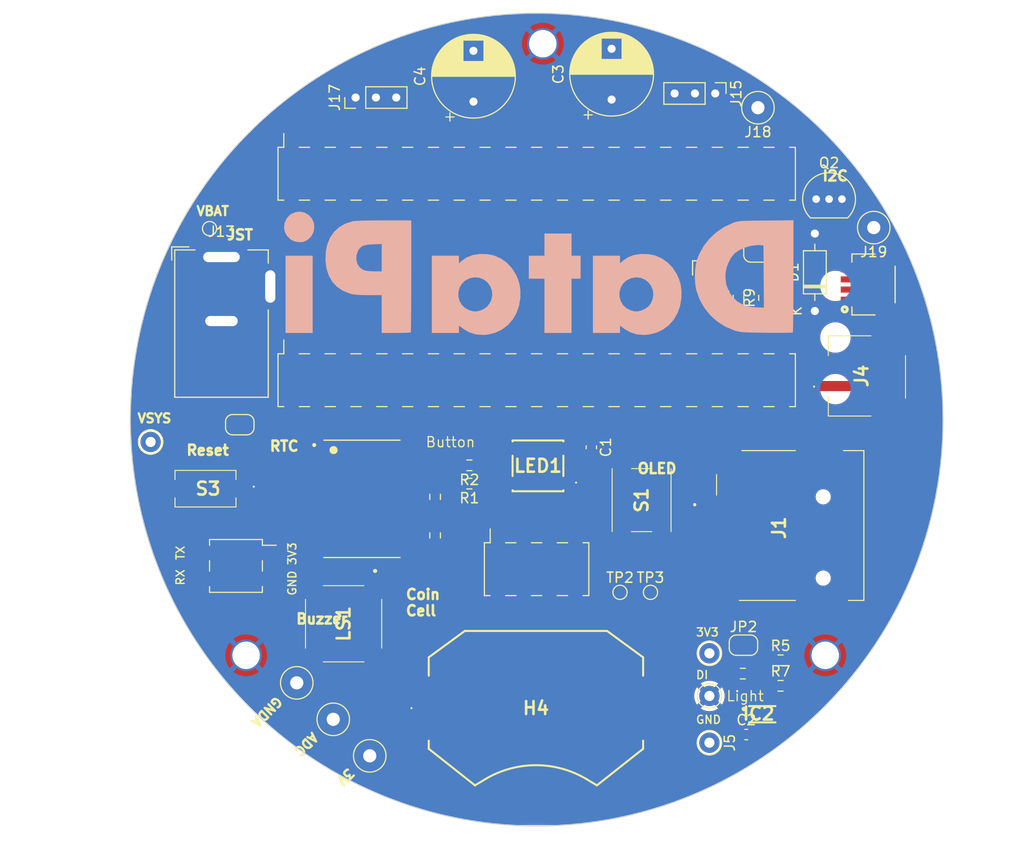
<source format=kicad_pcb>
(kicad_pcb (version 20221018) (generator pcbnew)
  (title_block (title "Porche") (rev "PinHolder"))
  (layers (0 "F.Cu" signal) (31 "B.Cu" signal) (34 "B.Paste" user) (35 "F.Paste" user) (36 "B.SilkS" user "B.Silkscreen") (37 "F.SilkS" user "F.Silkscreen") (38 "B.Mask" user) (39 "F.Mask" user) (44 "Edge.Cuts" user))
  (net 0 "")
  (net 1 "/VSYS")
  (net 2 "/VBUS")
  (net 3 "/3V3")
  (net 4 "GNDA")
  (net 5 "/RUN")
  (net 7 "GND")
  (net 8 "/DI")
  (net 9 "Net-(C2-Pad2)")
  (net 10 "Net-(IC2-ADDR)")
  (net 11 "/Light_RST")
  (net 12 "Net-(J1-CD{slash}DAT3)")
  (net 13 "/SCL")
  (net 14 "/SDA")
  (net 16 "/Buzz")
  (net 17 "/LED")
  (net 18 "/SW1")
  (net 24 "/RTC_RST")
  (net 25 "Net-(J1-DAT1)")
  (net 26 "/ADC2")
  (net 27 "/UART0_TX")
  (net 28 "/UART0_RX")
  (net 29 "/SPI0_MISO")
  (net 30 "/SPI_SC")
  (net 31 "/SPI0_SCK")
  (net 32 "/SPI0_MOSI")
  (net 33 "/BAK_VBAT")
  (net 34 "/VBAT(+)")
  (net 35 "Net-(J1-PadCD1)")
  (net 36 "Net-(J14-Pin_7)")
  (net 37 "Net-(J14-Pin_11)")
  (net 38 "Net-(J14-Pin_19)")
  (net 39 "Net-(J15-Pin_3)")
  (net 40 "/BAT_DIV")
  (net 41 "Net-(J17-Pin_3)")
  (net 42 "Net-(J14-Pin_29)")
  (net 43 "Net-(J16-Pin_7)")
  (net 44 "Net-(J16-Pin_10)")
  (net 45 "Net-(J16-Pin_39)")
  (net 46 "Net-(J14-Pin_37)")
  (net 47 "Net-(J14-Pin_39)")
  (net 48 "/SPI1_SCK")
  (net 49 "Net-(JP3-A)")
  (net 50 "Net-(D1-A)")
  (net 51 "Net-(Q2-B)")
  (net 52 "/FAN")
  (net 53 "/DIN_2")
  (net 54 "/DIN_1")
  (footprint "Capacitor_THT:CP_Radial_D8.0mm_P5.00mm" (layer "F.Cu") (at 140 67.002651 90)
    (fp_text reference "C3" (at 2.5 -5.25 90) (layer "F.SilkS"))
    (fp_text value "1000uF/6.3V")
    (pad "1" thru_hole rect (at 0 0 90) (size 1.6 1.6) (drill 0.8) (layers "*.Cu" "*.Mask") (net 39 "Net-(J15-Pin_3)"))
    (pad "2" thru_hole circle (at 5 0 90) (size 1.6 1.6) (drill 0.8) (layers "*.Cu" "*.Mask") (net 7 "GND"))
  )
  (footprint "Capacitor_SMD:C_0603_1608Metric" (layer "F.Cu") (at 138 101.225 -90)
    (fp_text reference "C1" (at 0 -1.43 90) (layer "F.SilkS"))
    (fp_text value "0.1uF/50V(10%)")
    (pad "1" smd roundrect (at -0.775 0 270) (size 0.9 0.95) (layers "F.Cu" "F.Paste" "F.Mask") (net 7 "GND"))
    (pad "2" smd roundrect (at 0.775 0 270) (size 0.9 0.95) (layers "F.Cu" "F.Paste" "F.Mask") (net 18 "/SW1"))
  )
  (footprint "TestPoint:TestPoint_Pad_D1.0mm" (layer "F.Cu") (at 143.825 115.5)
    (fp_text reference "TP3" (at 0 -1.448) (layer "F.SilkS"))
    (fp_text value "TestPoint")
    (pad "1" smd circle (at 0 0) (size 1 1) (layers "F.Cu" "F.Mask") (net 35 "Net-(J1-PadCD1)"))
  )
  (footprint "TS-1101-C-W:TS1101CW" (layer "F.Cu") (at 100.025 105.3 180)
    (fp_text reference "S3" (at -0.25 0 180) (layer "F.SilkS") (effects (font (size 1.27 1.27) (thickness 0.254))))
    (fp_text value "TS-1101-C-W" hide)
    (pad "1" smd rect (at -3.7 0 270) (size 1 1.2) (layers "F.Cu" "F.Paste" "F.Mask") (net 5 "/RUN"))
    (pad "2" smd rect (at 3.7 0 270) (size 1 1.2) (layers "F.Cu" "F.Paste" "F.Mask") (net 7 "GND"))
  )
  (footprint "Capacitor_SMD:C_0603_1608Metric" (layer "F.Cu") (at 153.25 129.5)
    (fp_text reference "C2" (at 0 -1.43) (layer "F.SilkS"))
    (fp_text value "1uF/50V(10%)")
    (pad "1" smd roundrect (at -0.775 0) (size 0.9 0.95) (layers "F.Cu" "F.Paste" "F.Mask") (net 7 "GND"))
    (pad "2" smd roundrect (at 0.775 0) (size 0.9 0.95) (layers "F.Cu" "F.Paste" "F.Mask") (net 9 "Net-(C2-Pad2)"))
  )
  (footprint "Resistor_SMD:R_0603_1608Metric_Pad0.98x0.95mm_HandSolder" (layer "F.Cu") (at 122.625 109.9 -90)
    (fp_text reference "R3" hide)
    (fp_text value "4.7k")
    (pad "1" smd roundrect (at -0.9125 0 270) (size 0.975 0.95) (layers "F.Cu" "F.Paste" "F.Mask") (net 14 "/SDA"))
    (pad "2" smd roundrect (at 0.9125 0 270) (size 0.975 0.95) (layers "F.Cu" "F.Paste" "F.Mask") (net 3 "/3V3"))
  )
  (footprint "Resistor_SMD:R_0603_1608Metric_Pad0.98x0.95mm_HandSolder" (layer "F.Cu") (at 156.625 124.7)
    (fp_text reference "R7" (at 0 -1.43) (layer "F.SilkS"))
    (fp_text value "10k")
    (pad "1" smd roundrect (at -0.9125 0) (size 0.975 0.95) (layers "F.Cu" "F.Paste" "F.Mask") (net 7 "GND"))
    (pad "2" smd roundrect (at 0.9125 0) (size 0.975 0.95) (layers "F.Cu" "F.Paste" "F.Mask") (net 10 "Net-(IC2-ADDR)"))
  )
  (footprint "Connector_Pin:Pin_D1.3mm_L11.0mm" (layer "F.Cu") (at 116.192102 131.592103 45)
    (fp_text reference "J8" hide)
    (fp_text value "Conn_01x01_Pin")
    (pad "1" thru_hole circle (at 0 0 45) (size 2.6 2.6) (drill 1.3) (layers "*.Cu" "*.Mask") (net 3 "/3V3"))
  )
  (footprint "TestPoint:TestPoint_THTPad_D2.0mm_Drill1.0mm" (layer "F.Cu") (at 149.625 130.3 -90)
    (fp_text reference "J5" (at 0 -1.998 -90) (layer "F.SilkS"))
    (fp_text value "Conn_01x01_Pin")
    (pad "1" thru_hole circle (at 0 0 270) (size 2 2) (drill 1) (layers "*.Cu" "*.Mask") (net 3 "/3V3"))
  )
  (footprint "SM04B-SRSS-TB_LF__SN_:JST_SM04B-SRSS-TB_LF__SN_" (layer "F.Cu") (at 163.325 85.2 90)
    (fp_text reference "J2" hide)
    (fp_text value "SM04B-SRSS-TB_LF__SN_")
    (pad "1" smd rect (at -1.5 0 90) (size 0.6 1.55) (layers "F.Cu" "F.Paste" "F.Mask") (net 13 "/SCL"))
    (pad "2" smd rect (at -0.5 0 90) (size 0.6 1.55) (layers "F.Cu" "F.Paste" "F.Mask") (net 14 "/SDA"))
    (pad "3" smd rect (at 0.5 0 90) (size 0.6 1.55) (layers "F.Cu" "F.Paste" "F.Mask") (net 3 "/3V3"))
    (pad "4" smd rect (at 1.5 0 90) (size 0.6 1.55) (layers "F.Cu" "F.Paste" "F.Mask") (net 7 "GND"))
    (pad "S1" smd rect (at -2.8 3.875 270) (size 1.2 1.8) (layers "F.Cu" "F.Paste" "F.Mask") (net 7 "GND"))
    (pad "S2" smd rect (at 2.8 3.875 270) (size 1.2 1.8) (layers "F.Cu" "F.Paste" "F.Mask") (net 7 "GND"))
  )
  (footprint "Resistor_SMD:R_0603_1608Metric_Pad0.98x0.95mm_HandSolder" (layer "F.Cu") (at 155 86.5125 90)
    (fp_text reference "R9" (at 0 -1.43 90) (layer "F.SilkS"))
    (fp_text value "10k/1%")
    (pad "1" smd roundrect (at -0.9125 0 90) (size 0.975 0.95) (layers "F.Cu" "F.Paste" "F.Mask") (net 49 "Net-(JP3-A)"))
    (pad "2" smd roundrect (at 0.9125 0 90) (size 0.975 0.95) (layers "F.Cu" "F.Paste" "F.Mask") (net 34 "/VBAT(+)"))
  )
  (footprint "Connector_Pin:Pin_D1.3mm_L11.0mm" (layer "F.Cu") (at 154.4 67.8)
    (fp_text reference "J18" (at 0 2.4) (layer "F.SilkS"))
    (fp_text value "Conn_01x01_Pin")
    (pad "1" thru_hole circle (at 0 0) (size 2.6 2.6) (drill 1.3) (layers "*.Cu" "*.Mask") (net 1 "/VSYS"))
  )
  (footprint "TestPoint:TestPoint_Pad_D1.0mm" (layer "F.Cu") (at 100.425 79.7)
    (fp_text reference "TP1" hide)
    (fp_text value "TestPoint" hide)
    (pad "1" smd circle (at 0 0) (size 1 1) (layers "F.Cu" "F.Mask") (net 34 "/VBAT(+)"))
  )
  (footprint "ConCell_GND:CR2032_GND" (layer "F.Cu") (at 132.55 126.9)
    (fp_text reference "P1" hide)
    (fp_text value "~" hide)
    (pad "1" smd circle (at 0 0) (size 6 6) (layers "F.Cu" "F.Paste" "F.Mask") (net 7 "GND"))
  )
  (footprint "LIB_MLT-7525:MLT7525" (layer "F.Cu") (at 113.62 118.595 -90)
    (fp_text reference "LS1" (at 0 0 -90) (layer "F.SilkS") (effects (font (size 1.27 1.27) (thickness 0.254))))
    (fp_text value "MLT-7525" hide)
    (pad "1" smd rect (at -3.795 -2.98) (size 1.15 1.78) (layers "F.Cu" "F.Paste" "F.Mask") (net 16 "/Buzz"))
    (pad "2" smd rect (at -3.795 2.98) (size 1.15 1.78) (layers "F.Cu" "F.Paste" "F.Mask") (net 7 "GND"))
    (pad "3" smd rect (at 3.795 2.98) (size 1.15 1.78) (layers "F.Cu" "F.Paste" "F.Mask"))
    (pad "4" smd rect (at 3.795 -2.98) (size 1.15 1.78) (layers "F.Cu" "F.Paste" "F.Mask"))
  )
  (footprint "MY-2032-08:MY203208" (layer "F.Cu") (at 132.55 126.9)
    (fp_text reference "H4" (at 0 0) (layer "F.SilkS") (effects (font (size 1.27 1.27) (thickness 0.254))))
    (fp_text value "MY-2032-08" hide)
    (pad "1" smd rect (at -10.875 0) (size 1.75 5.6) (layers "F.Cu" "F.Paste" "F.Mask") (net 33 "/BAK_VBAT"))
    (pad "2" smd rect (at 10.875 0) (size 1.75 5.6) (layers "F.Cu" "F.Paste" "F.Mask") (net 33 "/BAK_VBAT"))
  )
  (footprint "Jumper:SolderJumper-2_P1.3mm_Open_RoundedPad1.0x1.5mm" (layer "F.Cu") (at 152.975 120.7)
    (fp_text reference "JP2" (at 0 -1.8) (layer "F.SilkS"))
    (fp_text value "Jumper_2_Open")
    (pad "1" smd custom (at -0.65 0) (size 1 0.5) (layers "F.Cu" "F.Mask") (net 3 "/3V3") (options (clearance outline) (anchor rect)) (primitives (gr_circle (center 0 0.25) (end 0.5 0.25) (width 0) (fill yes)) (gr_circle (center 0 -0.25) (end 0.5 -0.25) (width 0) (fill yes)) (gr_poly (pts (xy 0.5 0.75) (xy 0 0.75) (xy 0 -0.75) (xy 0.5 -0.75)) (width 0) (fill yes))))
    (pad "2" smd custom (at 0.65 0) (size 1 0.5) (layers "F.Cu" "F.Mask") (net 10 "Net-(IC2-ADDR)") (options (clearance outline) (anchor rect)) (primitives (gr_circle (center 0 0.25) (end 0.5 0.25) (width 0) (fill yes)) (gr_circle (center 0 -0.25) (end 0.5 -0.25) (width 0) (fill yes)) (gr_poly (pts (xy 0 0.75) (xy -0.5 0.75) (xy -0.5 -0.75) (xy 0 -0.75)) (width 0) (fill yes))))
  )
  (footprint "MountingHole:MountingHole_2.7mm_M2.5_ISO7380_Pad_TopOnly" (layer "F.Cu") (at 133.225 61.5)
    (fp_text reference "H1" hide)
    (fp_text value "MountingHole_Pad")
    (pad "1" thru_hole circle (at 0 0) (size 3.1 3.1) (drill 2.7) (layers "*.Cu" "*.Mask") (net 7 "GND"))
    (pad "1" connect circle (at 0 0) (size 4.5 4.5) (layers "F.Cu" "F.Mask") (net 7 "GND"))
  )
  (footprint "Connector_PinSocket_2.54mm:PinSocket_2x20_P2.54mm_Vertical_SMD" (layer "F.Cu") (at 132.625 94.62 90)
    (fp_text reference "J16" hide)
    (fp_text value "Conn_02x20_Odd_Even" hide)
    (pad "1" smd rect (at 2.52 -24.13 90) (size 3 1) (layers "F.Cu" "F.Paste" "F.Mask") (net 27 "/UART0_TX"))
    (pad "2" smd rect (at -2.52 -24.13 90) (size 3 1) (layers "F.Cu" "F.Paste" "F.Mask") (net 27 "/UART0_TX"))
    (pad "3" smd rect (at 2.52 -21.59 90) (size 3 1) (layers "F.Cu" "F.Paste" "F.Mask") (net 28 "/UART0_RX"))
    (pad "4" smd rect (at -2.52 -21.59 90) (size 3 1) (layers "F.Cu" "F.Paste" "F.Mask") (net 28 "/UART0_RX"))
    (pad "5" smd rect (at 2.52 -19.05 90) (size 3 1) (layers "F.Cu" "F.Paste" "F.Mask") (net 7 "GND"))
    (pad "6" smd rect (at -2.52 -19.05 90) (size 3 1) (layers "F.Cu" "F.Paste" "F.Mask") (net 7 "GND"))
    (pad "7" smd rect (at 2.52 -16.51 90) (size 3 1) (layers "F.Cu" "F.Paste" "F.Mask") (net 43 "Net-(J16-Pin_7)"))
    (pad "8" smd rect (at -2.52 -16.51 90) (size 3 1) (layers "F.Cu" "F.Paste" "F.Mask") (net 43 "Net-(J16-Pin_7)"))
    (pad "9" smd rect (at 2.52 -13.97 90) (size 3 1) (layers "F.Cu" "F.Paste" "F.Mask") (net 44 "Net-(J16-Pin_10)"))
    (pad "10" smd rect (at -2.52 -13.97 90) (size 3 1) (layers "F.Cu" "F.Paste" "F.Mask") (net 44 "Net-(J16-Pin_10)"))
    (pad "11" smd rect (at 2.52 -11.43 90) (size 3 1) (layers "F.Cu" "F.Paste" "F.Mask") (net 14 "/SDA"))
    (pad "12" smd rect (at -2.52 -11.43 90) (size 3 1) (layers "F.Cu" "F.Paste" "F.Mask") (net 14 "/SDA"))
    (pad "13" smd rect (at 2.52 -8.89 90) (size 3 1) (layers "F.Cu" "F.Paste" "F.Mask") (net 13 "/SCL"))
    (pad "14" smd rect (at -2.52 -8.89 90) (size 3 1) (layers "F.Cu" "F.Paste" "F.Mask") (net 13 "/SCL"))
    (pad "15" smd rect (at 2.52 -6.35 90) (size 3 1) (layers "F.Cu" "F.Paste" "F.Mask") (net 7 "GND"))
    (pad "16" smd rect (at -2.52 -6.35 90) (size 3 1) (layers "F.Cu" "F.Paste" "F.Mask") (net 7 "GND"))
    (pad "17" smd rect (at 2.52 -3.81 90) (size 3 1) (layers "F.Cu" "F.Paste" "F.Mask") (net 8 "/DI"))
    (pad "18" smd rect (at -2.52 -3.81 90) (size 3 1) (layers "F.Cu" "F.Paste" "F.Mask") (net 8 "/DI"))
    (pad "19" smd rect (at 2.52 -1.27 90) (size 3 1) (layers "F.Cu" "F.Paste" "F.Mask") (net 16 "/Buzz"))
    (pad "20" smd rect (at -2.52 -1.27 90) (size 3 1) (layers "F.Cu" "F.Paste" "F.Mask") (net 16 "/Buzz"))
    (pad "21" smd rect (at 2.52 1.27 90) (size 3 1) (layers "F.Cu" "F.Paste" "F.Mask") (net 29 "/SPI0_MISO"))
    (pad "22" smd rect (at -2.52 1.27 90) (size 3 1) (layers "F.Cu" "F.Paste" "F.Mask") (net 29 "/SPI0_MISO"))
    (pad "23" smd rect (at 2.52 3.81 90) (size 3 1) (layers "F.Cu" "F.Paste" "F.Mask") (net 30 "/SPI_SC"))
    (pad "24" smd rect (at -2.52 3.81 90) (size 3 1) (layers "F.Cu" "F.Paste" "F.Mask") (net 30 "/SPI_SC"))
    (pad "25" smd rect (at 2.52 6.35 90) (size 3 1) (layers "F.Cu" "F.Paste" "F.Mask") (net 7 "GND"))
    (pad "26" smd rect (at -2.52 6.35 90) (size 3 1) (layers "F.Cu" "F.Paste" "F.Mask") (net 7 "GND"))
    (pad "27" smd rect (at 2.52 8.89 90) (size 3 1) (layers "F.Cu" "F.Paste" "F.Mask") (net 48 "/SPI1_SCK"))
    (pad "28" smd rect (at -2.52 8.89 90) (size 3 1) (layers "F.Cu" "F.Paste" "F.Mask") (net 48 "/SPI1_SCK"))
    (pad "29" smd rect (at 2.52 11.43 90) (size 3 1) (layers "F.Cu" "F.Paste" "F.Mask") (net 32 "/SPI0_MOSI"))
    (pad "30" smd rect (at -2.52 11.43 90) (size 3 1) (layers "F.Cu" "F.Paste" "F.Mask") (net 32 "/SPI0_MOSI"))
    (pad "31" smd rect (at 2.52 13.97 90) (size 3 1) (layers "F.Cu" "F.Paste" "F.Mask") (net 11 "/Light_RST"))
    (pad "32" smd rect (at -2.52 13.97 90) (size 3 1) (layers "F.Cu" "F.Paste" "F.Mask") (net 11 "/Light_RST"))
    (pad "33" smd rect (at 2.52 16.51 90) (size 3 1) (layers "F.Cu" "F.Paste" "F.Mask") (net 17 "/LED"))
    (pad "34" smd rect (at -2.52 16.51 90) (size 3 1) (layers "F.Cu" "F.Paste" "F.Mask") (net 17 "/LED"))
    (pad "35" smd rect (at 2.52 19.05 90) (size 3 1) (layers "F.Cu" "F.Paste" "F.Mask") (net 7 "GND"))
    (pad "36" smd rect (at -2.52 19.05 90) (size 3 1) (layers "F.Cu" "F.Paste" "F.Mask") (net 7 "GND"))
    (pad "37" smd rect (at 2.52 21.59 90) (size 3 1) (layers "F.Cu" "F.Paste" "F.Mask") (net 18 "/SW1"))
    (pad "38" smd rect (at -2.52 21.59 90) (size 3 1) (layers "F.Cu" "F.Paste" "F.Mask") (net 18 "/SW1"))
    (pad "39" smd rect (at 2.52 24.13 90) (size 3 1) (layers "F.Cu" "F.Paste" "F.Mask") (net 45 "Net-(J16-Pin_39)"))
    (pad "40" smd rect (at -2.52 24.13 90) (size 3 1) (layers "F.Cu" "F.Paste" "F.Mask") (net 45 "Net-(J16-Pin_39)"))
  )
  (footprint "Resistor_SMD:R_0603_1608Metric_Pad0.98x0.95mm_HandSolder" (layer "F.Cu") (at 126 104.8 180)
    (fp_text reference "R1" (at 0 -1.43) (layer "F.SilkS"))
    (fp_text value "4.7k")
    (pad "1" smd roundrect (at -0.9125 0 180) (size 0.975 0.95) (layers "F.Cu" "F.Paste" "F.Mask") (net 12 "Net-(J1-CD{slash}DAT3)"))
    (pad "2" smd roundrect (at 0.9125 0 180) (size 0.975 0.95) (layers "F.Cu" "F.Paste" "F.Mask") (net 3 "/3V3"))
  )
  (footprint "Diode_THT:D_DO-35_SOD27_P7.62mm_Horizontal" (layer "F.Cu") (at 160 87.81 90)
    (fp_text reference "D1" (at 3.81 -2.12 90) (layer "F.SilkS"))
    (fp_text value "1N5712")
    (fp_text user "K" (at 0 -1.8 90) (layer "F.SilkS"))
    (pad "1" thru_hole rect (at 0 0 90) (size 1.6 1.6) (drill 0.8) (layers "*.Cu" "*.Mask") (net 1 "/VSYS"))
    (pad "2" thru_hole oval (at 7.62 0 90) (size 1.6 1.6) (drill 0.8) (layers "*.Cu" "*.Mask") (net 50 "Net-(D1-A)"))
  )
  (footprint "MountingHole:MountingHole_2.7mm_M2.5_ISO7380_Pad_TopOnly" (layer "F.Cu") (at 104.025 121.7)
    (fp_text reference "H2" hide)
    (fp_text value "MountingHole_Pad")
    (pad "1" thru_hole circle (at 0 0) (size 3.1 3.1) (drill 2.7) (layers "*.Cu" "*.Mask") (net 7 "GND"))
    (pad "1" connect circle (at 0 0) (size 4.5 4.5) (layers "F.Cu" "F.Mask") (net 7 "GND"))
  )
  (footprint "DS3231SN:SOIC127P1032X265-16N" (layer "F.Cu") (at 115.425 106.3)
    (fp_text reference "U1" hide)
    (fp_text value "DS3231SN")
    (pad "1" smd roundrect (at -4.655 -4.445) (size 2.05 0.59) (layers "F.Cu" "F.Paste" "F.Mask") (roundrect_rratio 0.07))
    (pad "2" smd roundrect (at -4.655 -3.175) (size 2.05 0.59) (layers "F.Cu" "F.Paste" "F.Mask") (roundrect_rratio 0.07) (net 3 "/3V3"))
    (pad "3" smd roundrect (at -4.655 -1.905) (size 2.05 0.59) (layers "F.Cu" "F.Paste" "F.Mask") (roundrect_rratio 0.07))
    (pad "4" smd roundrect (at -4.655 -0.635) (size 2.05 0.59) (layers "F.Cu" "F.Paste" "F.Mask") (roundrect_rratio 0.07) (net 24 "/RTC_RST"))
    (pad "5" smd roundrect (at -4.655 0.635) (size 2.05 0.59) (layers "F.Cu" "F.Paste" "F.Mask") (roundrect_rratio 0.07))
    (pad "6" smd roundrect (at -4.655 1.905) (size 2.05 0.59) (layers "F.Cu" "F.Paste" "F.Mask") (roundrect_rratio 0.07))
    (pad "7" smd roundrect (at -4.655 3.175) (size 2.05 0.59) (layers "F.Cu" "F.Paste" "F.Mask") (roundrect_rratio 0.07))
    (pad "8" smd roundrect (at -4.655 4.445) (size 2.05 0.59) (layers "F.Cu" "F.Paste" "F.Mask") (roundrect_rratio 0.07))
    (pad "9" smd roundrect (at 4.655 4.445) (size 2.05 0.59) (layers "F.Cu" "F.Paste" "F.Mask") (roundrect_rratio 0.07))
    (pad "10" smd roundrect (at 4.655 3.175) (size 2.05 0.59) (layers "F.Cu" "F.Paste" "F.Mask") (roundrect_rratio 0.07))
    (pad "11" smd roundrect (at 4.655 1.905) (size 2.05 0.59) (layers "F.Cu" "F.Paste" "F.Mask") (roundrect_rratio 0.07))
    (pad "12" smd roundrect (at 4.655 0.635) (size 2.05 0.59) (layers "F.Cu" "F.Paste" "F.Mask") (roundrect_rratio 0.07))
    (pad "13" smd roundrect (at 4.655 -0.635) (size 2.05 0.59) (layers "F.Cu" "F.Paste" "F.Mask") (roundrect_rratio 0.07) (net 7 "GND"))
    (pad "14" smd roundrect (at 4.655 -1.905) (size 2.05 0.59) (layers "F.Cu" "F.Paste" "F.Mask") (roundrect_rratio 0.07) (net 33 "/BAK_VBAT"))
    (pad "15" smd roundrect (at 4.655 -3.175) (size 2.05 0.59) (layers "F.Cu" "F.Paste" "F.Mask") (roundrect_rratio 0.07) (net 14 "/SDA"))
    (pad "16" smd roundrect (at 4.655 -4.445) (size 2.05 0.59) (layers "F.Cu" "F.Paste" "F.Mask") (roundrect_rratio 0.07) (net 13 "/SCL"))
  )
  (footprint "Connector_Pin:Pin_D1.3mm_L11.0mm" (layer "F.Cu") (at 165.8 79.6)
    (fp_text reference "J19" (at 0 2.4) (layer "F.SilkS"))
    (fp_text value "Conn_01x01_Pin")
    (pad "1" thru_hole circle (at 0 0) (size 2.6 2.6) (drill 1.3) (layers "*.Cu" "*.Mask") (net 50 "Net-(D1-A)"))
  )
  (footprint "MountingHole:MountingHole_2.7mm_M2.5_ISO7380_Pad_TopOnly" (layer "F.Cu") (at 161.025 121.7)
    (fp_text reference "H3" hide)
    (fp_text value "MountingHole_Pad")
    (pad "1" thru_hole circle (at 0 0) (size 3.1 3.1) (drill 2.7) (layers "*.Cu" "*.Mask") (net 7 "GND"))
    (pad "1" connect circle (at 0 0) (size 4.5 4.5) (layers "F.Cu" "F.Mask") (net 7 "GND"))
  )
  (footprint "Connector_PinSocket_2.54mm:PinSocket_2x20_P2.54mm_Vertical_SMD" (layer "F.Cu") (at 132.625 74.3 90)
    (fp_text reference "J14" hide)
    (fp_text value "Conn_02x20_Odd_Even" hide)
    (pad "1" smd rect (at 2.52 -24.13 90) (size 3 1) (layers "F.Cu" "F.Paste" "F.Mask") (net 2 "/VBUS"))
    (pad "2" smd rect (at -2.52 -24.13 90) (size 3 1) (layers "F.Cu" "F.Paste" "F.Mask") (net 2 "/VBUS"))
    (pad "3" smd rect (at 2.52 -21.59 90) (size 3 1) (layers "F.Cu" "F.Paste" "F.Mask") (net 1 "/VSYS"))
    (pad "4" smd rect (at -2.52 -21.59 90) (size 3 1) (layers "F.Cu" "F.Paste" "F.Mask") (net 1 "/VSYS"))
    (pad "5" smd rect (at 2.52 -19.05 90) (size 3 1) (layers "F.Cu" "F.Paste" "F.Mask") (net 7 "GND"))
    (pad "6" smd rect (at -2.52 -19.05 90) (size 3 1) (layers "F.Cu" "F.Paste" "F.Mask") (net 7 "GND"))
    (pad "7" smd rect (at 2.52 -16.51 90) (size 3 1) (layers "F.Cu" "F.Paste" "F.Mask") (net 36 "Net-(J14-Pin_7)"))
    (pad "8" smd rect (at -2.52 -16.51 90) (size 3 1) (layers "F.Cu" "F.Paste" "F.Mask") (net 36 "Net-(J14-Pin_7)"))
    (pad "9" smd rect (at 2.52 -13.97 90) (size 3 1) (layers "F.Cu" "F.Paste" "F.Mask") (net 3 "/3V3"))
    (pad "10" smd rect (at -2.52 -13.97 90) (size 3 1) (layers "F.Cu" "F.Paste" "F.Mask") (net 3 "/3V3"))
    (pad "11" smd rect (at 2.52 -11.43 90) (size 3 1) (layers "F.Cu" "F.Paste" "F.Mask") (net 37 "Net-(J14-Pin_11)"))
    (pad "12" smd rect (at -2.52 -11.43 90) (size 3 1) (layers "F.Cu" "F.Paste" "F.Mask") (net 37 "Net-(J14-Pin_11)"))
    (pad "13" smd rect (at 2.52 -8.89 90) (size 3 1) (layers "F.Cu" "F.Paste" "F.Mask") (net 26 "/ADC2"))
    (pad "14" smd rect (at -2.52 -8.89 90) (size 3 1) (layers "F.Cu" "F.Paste" "F.Mask") (net 26 "/ADC2"))
    (pad "15" smd rect (at 2.52 -6.35 90) (size 3 1) (layers "F.Cu" "F.Paste" "F.Mask") (net 4 "GNDA"))
    (pad "16" smd rect (at -2.52 -6.35 90) (size 3 1) (layers "F.Cu" "F.Paste" "F.Mask") (net 4 "GNDA"))
    (pad "17" smd rect (at 2.52 -3.81 90) (size 3 1) (layers "F.Cu" "F.Paste" "F.Mask") (net 40 "/BAT_DIV"))
    (pad "18" smd rect (at -2.52 -3.81 90) (size 3 1) (layers "F.Cu" "F.Paste" "F.Mask") (net 40 "/BAT_DIV"))
    (pad "19" smd rect (at 2.52 -1.27 90) (size 3 1) (layers "F.Cu" "F.Paste" "F.Mask") (net 38 "Net-(J14-Pin_19)"))
    (pad "20" smd rect (at -2.52 -1.27 90) (size 3 1) (layers "F.Cu" "F.Paste" "F.Mask") (net 38 "Net-(J14-Pin_19)"))
    (pad "21" smd rect (at 2.52 1.27 90) (size 3 1) (layers "F.Cu" "F.Paste" "F.Mask") (net 5 "/RUN"))
    (pad "22" smd rect (at -2.52 1.27 90) (size 3 1) (layers "F.Cu" "F.Paste" "F.Mask") (net 5 "/RUN"))
    (pad "23" smd rect (at 2.52 3.81 90) (size 3 1) (layers "F.Cu" "F.Paste" "F.Mask") (net 24 "/RTC_RST"))
    (pad "24" smd rect (at -2.52 3.81 90) (size 3 1) (layers "F.Cu" "F.Paste" "F.Mask") (net 24 "/RTC_RST"))
    (pad "25" smd rect (at 2.52 6.35 90) (size 3 1) (layers "F.Cu" "F.Paste" "F.Mask") (net 7 "GND"))
    (pad "26" smd rect (at -2.52 6.35 90) (size 3 1) (layers "F.Cu" "F.Paste" "F.Mask") (net 7 "GND"))
    (pad "27" smd rect (at 2.52 8.89 90) (size 3 1) (layers "F.Cu" "F.Paste" "F.Mask") (net 53 "/DIN_2"))
    (pad "28" smd rect (at -2.52 8.89 90) (size 3 1) (layers "F.Cu" "F.Paste" "F.Mask") (net 53 "/DIN_2"))
    (pad "29" smd rect (at 2.52 11.43 90) (size 3 1) (layers "F.Cu" "F.Paste" "F.Mask") (net 42 "Net-(J14-Pin_29)"))
    (pad "30" smd rect (at -2.52 11.43 90) (size 3 1) (layers "F.Cu" "F.Paste" "F.Mask") (net 42 "Net-(J14-Pin_29)"))
    (pad "31" smd rect (at 2.52 13.97 90) (size 3 1) (layers "F.Cu" "F.Paste" "F.Mask") (net 54 "/DIN_1"))
    (pad "32" smd rect (at -2.52 13.97 90) (size 3 1) (layers "F.Cu" "F.Paste" "F.Mask") (net 54 "/DIN_1"))
    (pad "33" smd rect (at 2.52 16.51 90) (size 3 1) (layers "F.Cu" "F.Paste" "F.Mask") (net 52 "/FAN"))
    (pad "34" smd rect (at -2.52 16.51 90) (size 3 1) (layers "F.Cu" "F.Paste" "F.Mask") (net 52 "/FAN"))
    (pad "35" smd rect (at 2.52 19.05 90) (size 3 1) (layers "F.Cu" "F.Paste" "F.Mask") (net 7 "GND"))
    (pad "36" smd rect (at -2.52 19.05 90) (size 3 1) (layers "F.Cu" "F.Paste" "F.Mask") (net 7 "GND"))
    (pad "37" smd rect (at 2.52 21.59 90) (size 3 1) (layers "F.Cu" "F.Paste" "F.Mask") (net 46 "Net-(J14-Pin_37)"))
    (pad "38" smd rect (at -2.52 21.59 90) (size 3 1) (layers "F.Cu" "F.Paste" "F.Mask") (net 46 "Net-(J14-Pin_37)"))
    (pad "39" smd rect (at 2.52 24.13 90) (size 3 1) (layers "F.Cu" "F.Paste" "F.Mask") (net 47 "Net-(J14-Pin_39)"))
    (pad "40" smd rect (at -2.52 24.13 90) (size 3 1) (layers "F.Cu" "F.Paste" "F.Mask") (net 47 "Net-(J14-Pin_39)"))
  )
  (footprint "Package_TO_SOT_THT:TO-92_Inline" (layer "F.Cu") (at 160.13 76.8)
    (fp_text reference "Q2" (at 1.27 -3.56) (layer "F.SilkS"))
    (fp_text value "2N3904")
    (pad "1" thru_hole rect (at 0 0) (size 1.05 1.5) (drill 0.75) (layers "*.Cu" "*.Mask") (net 7 "GND"))
    (pad "2" thru_hole oval (at 1.27 0) (size 1.05 1.5) (drill 0.75) (layers "*.Cu" "*.Mask") (net 51 "Net-(Q2-B)"))
    (pad "3" thru_hole oval (at 2.54 0) (size 1.05 1.5) (drill 0.75) (layers "*.Cu" "*.Mask") (net 50 "Net-(D1-A)"))
  )
  (footprint "Resistor_SMD:R_0603_1608Metric_Pad0.98x0.95mm_HandSolder" (layer "F.Cu") (at 152.49 86.5125 90)
    (fp_text reference "R8" (at 0 -1.43 90) (layer "F.SilkS"))
    (fp_text value "10k/1%")
    (pad "1" smd roundrect (at -0.9125 0 90) (size 0.975 0.95) (layers "F.Cu" "F.Paste" "F.Mask") (net 49 "Net-(JP3-A)"))
    (pad "2" smd roundrect (at 0.9125 0 90) (size 0.975 0.95) (layers "F.Cu" "F.Paste" "F.Mask") (net 34 "/VBAT(+)"))
  )
  (footprint "Capacitor_THT:CP_Radial_D8.0mm_P5.00mm" (layer "F.Cu") (at 126.4 67.202651 90)
    (fp_text reference "C4" (at 2.5 -5.25 90) (layer "F.SilkS"))
    (fp_text value "1000uF/6.3V")
    (pad "1" thru_hole rect (at 0 0 90) (size 1.6 1.6) (drill 0.8) (layers "*.Cu" "*.Mask") (net 41 "Net-(J17-Pin_3)"))
    (pad "2" thru_hole circle (at 5 0 90) (size 1.6 1.6) (drill 0.8) (layers "*.Cu" "*.Mask") (net 7 "GND"))
  )
  (footprint "TestPoint:TestPoint_Pad_D1.0mm" (layer "F.Cu") (at 140.825 115.5)
    (fp_text reference "TP2" (at 0 -1.448) (layer "F.SilkS"))
    (fp_text value "TestPoint")
    (pad "1" smd circle (at 0 0) (size 1 1) (layers "F.Cu" "F.Mask") (net 25 "Net-(J1-DAT1)"))
  )
  (footprint "S2B-PH-SM4-TB:S2BPHSM4TBLFSN" (layer "F.Cu") (at 165.125 94.2 -90)
    (fp_text reference "J4" (at 0 0.525 -90) (layer "F.SilkS") (effects (font (size 1.27 1.27) (thickness 0.254))))
    (fp_text value "S2B-PH-SM4-TB_LF__SN_" hide)
    (pad "1" smd rect (at 1 3.25 270) (size 1 3.5) (layers "F.Cu" "F.Paste" "F.Mask") (net 34 "/VBAT(+)"))
    (pad "2" smd rect (at -1 3.25 270) (size 1 3.5) (layers "F.Cu" "F.Paste" "F.Mask") (net 7 "GND"))
    (pad "MP1" smd rect (at 3.35 -2.5 270) (size 1.5 3.4) (layers "F.Cu" "F.Paste" "F.Mask") (net 7 "GND"))
    (pad "MP2" smd rect (at -3.35 -2.5 270) (size 1.5 3.4) (layers "F.Cu" "F.Paste" "F.Mask") (net 7 "GND"))
  )
  (footprint "Resistor_SMD:R_0603_1608Metric_Pad0.98x0.95mm_HandSolder" (layer "F.Cu") (at 122.625 106.1 -90)
    (fp_text reference "R4" hide)
    (fp_text value "4.7k")
    (pad "1" smd roundrect (at -0.9125 0 270) (size 0.975 0.95) (layers "F.Cu" "F.Paste" "F.Mask") (net 13 "/SCL"))
    (pad "2" smd roundrect (at 0.9125 0 270) (size 0.975 0.95) (layers "F.Cu" "F.Paste" "F.Mask") (net 3 "/3V3"))
  )
  (footprint "Resistor_SMD:R_0603_1608Metric_Pad0.98x0.95mm_HandSolder" (layer "F.Cu") (at 157.2 81.2875 90)
    (fp_text reference "R10" (at 0 -1.43 90) (layer "F.SilkS"))
    (fp_text value "1k")
    (pad "1" smd roundrect (at -0.9125 0 90) (size 0.975 0.95) (layers "F.Cu" "F.Paste" "F.Mask") (net 51 "Net-(Q2-B)"))
    (pad "2" smd roundrect (at 0.9125 0 90) (size 0.975 0.95) (layers "F.Cu" "F.Paste" "F.Mask") (net 52 "/FAN"))
  )
  (footprint "Connector_PinSocket_2.54mm:PinSocket_2x02_P2.54mm_Vertical_SMD" (layer "F.Cu") (at 103.025 112.9)
    (fp_text reference "J3" hide)
    (fp_text value "Conn_02x02_Odd_Even" hide)
    (pad "1" smd rect (at 2.52 -1.27) (size 3 1) (layers "F.Cu" "F.Paste" "F.Mask") (net 3 "/3V3"))
    (pad "2" smd rect (at -2.52 -1.27) (size 3 1) (layers "F.Cu" "F.Paste" "F.Mask") (net 27 "/UART0_TX"))
    (pad "3" smd rect (at 2.52 1.27) (size 3 1) (layers "F.Cu" "F.Paste" "F.Mask") (net 7 "GND"))
    (pad "4" smd rect (at -2.52 1.27) (size 3 1) (layers "F.Cu" "F.Paste" "F.Mask") (net 28 "/UART0_RX"))
  )
  (footprint "Jumper:SolderJumper-2_P1.3mm_Open_RoundedPad1.0x1.5mm" (layer "F.Cu") (at 103.4 99 180)
    (fp_text reference "JP1" hide)
    (fp_text value "Jumper_2_Open")
    (pad "1" smd custom (at -0.65 0 180) (size 1 0.5) (layers "F.Cu" "F.Mask") (net 7 "GND") (options (clearance outline) (anchor rect)) (primitives (gr_circle (center 0 0.25) (end 0.5 0.25) (width 0) (fill yes)) (gr_circle (center 0 -0.25) (end 0.5 -0.25) (width 0) (fill yes)) (gr_poly (pts (xy 0.5 0.75) (xy 0 0.75) (xy 0 -0.75) (xy 0.5 -0.75)) (width 0) (fill yes))))
    (pad "2" smd custom (at 0.65 0 180) (size 1 0.5) (layers "F.Cu" "F.Mask") (net 24 "/RTC_RST") (options (clearance outline) (anchor rect)) (primitives (gr_circle (center 0 0.25) (end 0.5 0.25) (width 0) (fill yes)) (gr_circle (center 0 -0.25) (end 0.5 -0.25) (width 0) (fill yes)) (gr_poly (pts (xy 0 0.75) (xy -0.5 0.75) (xy -0.5 -0.75) (xy 0 -0.75)) (width 0) (fill yes))))
  )
  (footprint "Connector_Pin:Pin_D1.3mm_L11.0mm" (layer "F.Cu") (at 109.007897 124.407898 45)
    (fp_text reference "J7" hide)
    (fp_text value "Conn_01x01_Pin")
    (pad "1" thru_hole circle (at 0 0 45) (size 2.6 2.6) (drill 1.3) (layers "*.Cu" "*.Mask") (net 4 "GNDA"))
  )
  (footprint "Connector_PinHeader_2.00mm:PinHeader_1x03_P2.00mm_Vertical" (layer "F.Cu") (at 114.8 66.8 90)
    (fp_text reference "J17" (at 0 -2.06 90) (layer "F.SilkS"))
    (fp_text value "Conn_01x03_Pin")
    (pad "1" thru_hole rect (at 0 0 90) (size 1.35 1.35) (drill 0.8) (layers "*.Cu" "*.Mask") (net 3 "/3V3"))
    (pad "2" thru_hole oval (at 0 2 90) (size 1.35 1.35) (drill 0.8) (layers "*.Cu" "*.Mask") (net 53 "/DIN_2"))
    (pad "3" thru_hole oval (at 0 4 90) (size 1.35 1.35) (drill 0.8) (layers "*.Cu" "*.Mask") (net 41 "Net-(J17-Pin_3)"))
  )
  (footprint "Connector_PinHeader_2.00mm:PinHeader_1x03_P2.00mm_Vertical" (layer "F.Cu") (at 150.2 66.4 -90)
    (fp_text reference "J15" (at 0 -2.06 90) (layer "F.SilkS"))
    (fp_text value "Conn_01x03_Pin")
    (pad "1" thru_hole rect (at 0 0 270) (size 1.35 1.35) (drill 0.8) (layers "*.Cu" "*.Mask") (net 3 "/3V3"))
    (pad "2" thru_hole oval (at 0 2 270) (size 1.35 1.35) (drill 0.8) (layers "*.Cu" "*.Mask") (net 54 "/DIN_1"))
    (pad "3" thru_hole oval (at 0 4 270) (size 1.35 1.35) (drill 0.8) (layers "*.Cu" "*.Mask") (net 39 "Net-(J15-Pin_3)"))
  )
  (footprint "Resistor_SMD:R_0603_1608Metric_Pad0.98x0.95mm_HandSolder" (layer "F.Cu") (at 152.9125 123.5 180)
    (fp_text reference "R6" hide)
    (fp_text value "4.7k")
    (pad "1" smd roundrect (at -0.9125 0 180) (size 0.975 0.95) (layers "F.Cu" "F.Paste" "F.Mask") (net 8 "/DI"))
    (pad "2" smd roundrect (at 0.9125 0 180) (size 0.975 0.95) (layers "F.Cu" "F.Paste" "F.Mask") (net 3 "/3V3"))
  )
  (footprint "Jumper:SolderJumper-2_P1.3mm_Bridged_RoundedPad1.0x1.5mm" (layer "F.Cu") (at 154.4 82)
    (fp_text reference "JP3" (at 0 -1.8) (layer "F.SilkS"))
    (fp_text value "Jumper_2_Bridged")
    (fp_poly (pts (xy 0.25 -0.3) (xy -0.25 -0.3) (xy -0.25 0.3) (xy 0.25 0.3)) (fill solid) (layer "F.Cu"))
    (pad "1" smd custom (at -0.65 0) (size 1 0.5) (layers "F.Cu" "F.Mask") (net 49 "Net-(JP3-A)") (options (clearance outline) (anchor rect)) (primitives (gr_circle (center 0 0.25) (end 0.5 0.25) (width 0) (fill yes)) (gr_circle (center 0 -0.25) (end 0.5 -0.25) (width 0) (fill yes)) (gr_poly (pts (xy 0.5 0.75) (xy 0 0.75) (xy 0 -0.75) (xy 0.5 -0.75)) (width 0) (fill yes))))
    (pad "2" smd custom (at 0.65 0) (size 1 0.5) (layers "F.Cu" "F.Mask") (net 40 "/BAT_DIV") (options (clearance outline) (anchor rect)) (primitives (gr_circle (center 0 0.25) (end 0.5 0.25) (width 0) (fill yes)) (gr_circle (center 0 -0.25) (end 0.5 -0.25) (width 0) (fill yes)) (gr_poly (pts (xy 0 0.75) (xy -0.5 0.75) (xy -0.5 -0.75) (xy 0 -0.75)) (width 0) (fill yes))))
  )
  (footprint "Resistor_SMD:R_0603_1608Metric_Pad0.98x0.95mm_HandSolder" (layer "F.Cu") (at 126 103 180)
    (fp_text reference "R2" (at 0 -1.43) (layer "F.SilkS"))
    (fp_text value "4.7k")
    (pad "1" smd roundrect (at -0.9125 0 180) (size 0.975 0.95) (layers "F.Cu" "F.Paste" "F.Mask") (net 30 "/SPI_SC"))
    (pad "2" smd roundrect (at 0.9125 0 180) (size 0.975 0.95) (layers "F.Cu" "F.Paste" "F.Mask") (net 3 "/3V3"))
  )
  (footprint "Connector_PinSocket_2.54mm:PinSocket_2x04_P2.54mm_Vertical_SMD" (layer "F.Cu") (at 132.615 113.22 90)
    (fp_text reference "J9" hide)
    (fp_text value "Conn_02x04_Odd_Even" hide)
    (pad "1" smd rect (at 2.52 -3.81 90) (size 3 1) (layers "F.Cu" "F.Paste" "F.Mask") (net 3 "/3V3"))
    (pad "2" smd rect (at -2.52 -3.81 90) (size 3 1) (layers "F.Cu" "F.Paste" "F.Mask") (net 3 "/3V3"))
    (pad "3" smd rect (at 2.52 -1.27 90) (size 3 1) (layers "F.Cu" "F.Paste" "F.Mask") (net 7 "GND"))
    (pad "4" smd rect (at -2.52 -1.27 90) (size 3 1) (layers "F.Cu" "F.Paste" "F.Mask") (net 7 "GND"))
    (pad "5" smd rect (at 2.52 1.27 90) (size 3 1) (layers "F.Cu" "F.Paste" "F.Mask") (net 13 "/SCL"))
    (pad "6" smd rect (at -2.52 1.27 90) (size 3 1) (layers "F.Cu" "F.Paste" "F.Mask") (net 13 "/SCL"))
    (pad "7" smd rect (at 2.52 3.81 90) (size 3 1) (layers "F.Cu" "F.Paste" "F.Mask") (net 14 "/SDA"))
    (pad "8" smd rect (at -2.52 3.81 90) (size 3 1) (layers "F.Cu" "F.Paste" "F.Mask") (net 14 "/SDA"))
  )
  (footprint "TestPoint:TestPoint_THTPad_D2.0mm_Drill1.0mm" (layer "F.Cu") (at 94.625 100.7)
    (fp_text reference "J12" hide)
    (fp_text value "Conn_01x01_Pin")
    (pad "1" thru_hole circle (at 0 0) (size 2 2) (drill 1) (layers "*.Cu" "*.Mask") (net 1 "/VSYS"))
  )
  (footprint "TF-115:TF115" (layer "F.Cu") (at 156.475 109.15 90)
    (fp_text reference "J1" (at 0 0 90) (layer "F.SilkS") (effects (font (size 1.27 1.27) (thickness 0.254))))
    (fp_text value "TF-115" hide)
    (pad "" np_thru_hole circle (at -4.95 4.35 90) (size 1 1) (drill 1) (layers "*.Cu" "*.Mask"))
    (pad "" np_thru_hole circle (at 3.05 4.35 90) (size 1 1) (drill 1) (layers "*.Cu" "*.Mask"))
    (pad "1" smd rect (at 2.25 -6.65 90) (size 0.7 1.6) (layers "F.Cu" "F.Paste" "F.Mask") (net 30 "/SPI_SC"))
    (pad "2" smd rect (at 1.15 -6.65 90) (size 0.7 1.6) (layers "F.Cu" "F.Paste" "F.Mask") (net 12 "Net-(J1-CD{slash}DAT3)"))
    (pad "3" smd rect (at 0.05 -6.65 90) (size 0.7 1.6) (layers "F.Cu" "F.Paste" "F.Mask") (net 32 "/SPI0_MOSI"))
    (pad "4" smd rect (at -1.05 -6.65 90) (size 0.7 1.6) (layers "F.Cu" "F.Paste" "F.Mask") (net 3 "/3V3"))
    (pad "5" smd rect (at -2.15 -6.65 90) (size 0.7 1.6) (layers "F.Cu" "F.Paste" "F.Mask") (net 31 "/SPI0_SCK"))
    (pad "6" smd rect (at -3.25 -6.65 90) (size 0.7 1.6) (layers "F.Cu" "F.Paste" "F.Mask") (net 7 "GND"))
    (pad "7" smd rect (at -4.35 -6.65 90) (size 0.7 1.6) (layers "F.Cu" "F.Paste" "F.Mask") (net 29 "/SPI0_MISO"))
    (pad "8" smd rect (at -5.45 -6.65 90) (size 0.7 1.6) (layers "F.Cu" "F.Paste" "F.Mask") (net 25 "Net-(J1-DAT1)"))
    (pad "CD1" smd rect (at -6.55 -6.65 90) (size 0.7 1.6) (layers "F.Cu" "F.Paste" "F.Mask") (net 35 "Net-(J1-PadCD1)"))
    (pad "MP1" smd rect (at 6.85 -5.65 180) (size 1.5 1.6) (layers "F.Cu" "F.Paste" "F.Mask") (net 7 "GND"))
    (pad "MP2" smd rect (at -7.75 -5.65 90) (size 1.2 1.5) (layers "F.Cu" "F.Paste" "F.Mask") (net 7 "GND"))
    (pad "MP3" smd rect (at -7.75 3.95 90) (size 1.2 2.2) (layers "F.Cu" "F.Paste" "F.Mask") (net 7 "GND"))
    (pad "MP4" smd rect (at 7.75 3.95 90) (size 1.2 2.2) (layers "F.Cu" "F.Paste" "F.Mask") (net 7 "GND"))
  )
  (footprint "TestPoint:TestPoint_THTPad_D2.0mm_Drill1.0mm" (layer "F.Cu") (at 149.625 125.7)
    (fp_text reference "J11" hide)
    (fp_text value "Conn_01x01_Pin")
    (pad "1" thru_hole circle (at 0 0) (size 2 2) (drill 1) (layers "*.Cu" "*.Mask") (net 7 "GND"))
  )
  (footprint "TestPoint:TestPoint_THTPad_D2.0mm_Drill1.0mm" (layer "F.Cu") (at 149.625 121.5)
    (fp_text reference "J10" hide)
    (fp_text value "Conn_01x01_Pin")
    (pad "1" thru_hole circle (at 0 0) (size 2 2) (drill 1) (layers "*.Cu" "*.Mask") (net 8 "/DI"))
  )
  (footprint "Connector_Pin:Pin_D1.3mm_L11.0mm" (layer "F.Cu") (at 112.6 128 45)
    (fp_text reference "J6" hide)
    (fp_text value "Conn_01x01_Pin")
    (pad "1" thru_hole circle (at 0 0 45) (size 2.6 2.6) (drill 1.3) (layers "*.Cu" "*.Mask") (net 26 "/ADC2"))
  )
  (footprint "BH1750:WSOF6" (layer "F.Cu") (at 154.825 127.5)
    (fp_text reference "IC2" (at -0.357 -0.055) (layer "F.SilkS") (effects (font (size 1.27 1.27) (thickness 0.254))))
    (fp_text value "BH1750FVI-TR" hide)
    (pad "1" smd rect (at -1.375 -0.5 90) (size 0.25 0.55) (layers "F.Cu" "F.Paste" "F.Mask") (net 3 "/3V3"))
    (pad "2" smd rect (at -1.375 0 90) (size 0.25 0.55) (layers "F.Cu" "F.Paste" "F.Mask") (net 10 "Net-(IC2-ADDR)"))
    (pad "3" smd rect (at -1.375 0.5 90) (size 0.25 0.55) (layers "F.Cu" "F.Paste" "F.Mask") (net 7 "GND"))
    (pad "4" smd rect (at 1.375 0.5 90) (size 0.25 0.55) (layers "F.Cu" "F.Paste" "F.Mask") (net 14 "/SDA"))
    (pad "5" smd rect (at 1.375 0 90) (size 0.25 0.55) (layers "F.Cu" "F.Paste" "F.Mask") (net 11 "/Light_RST"))
    (pad "6" smd rect (at 1.375 -0.5 90) (size 0.25 0.55) (layers "F.Cu" "F.Paste" "F.Mask") (net 13 "/SCL"))
  )
  (footprint "Resistor_SMD:R_0603_1608Metric_Pad0.98x0.95mm_HandSolder" (layer "F.Cu") (at 156.625 122.19)
    (fp_text reference "R5" (at 0 -1.43) (layer "F.SilkS"))
    (fp_text value "1k")
    (pad "1" smd roundrect (at -0.9125 0) (size 0.975 0.95) (layers "F.Cu" "F.Paste" "F.Mask") (net 9 "Net-(C2-Pad2)"))
    (pad "2" smd roundrect (at 0.9125 0) (size 0.975 0.95) (layers "F.Cu" "F.Paste" "F.Mask") (net 3 "/3V3"))
  )
  (footprint "SKHUAKE010:SKHUAKE010" (layer "F.Cu") (at 142.95 106.425 -90)
    (fp_text reference "S1" (at 0 0 -90) (layer "F.SilkS") (effects (font (size 1.27 1.27) (thickness 0.254))))
    (fp_text value "SKHUAKE010" hide)
    (pad "1" smd rect (at -3.375 -1.95) (size 1.3 2.75) (layers "F.Cu" "F.Paste" "F.Mask") (net 18 "/SW1"))
    (pad "2" smd rect (at 3.375 -1.95) (size 1.3 2.75) (layers "F.Cu" "F.Paste" "F.Mask") (net 7 "GND"))
    (pad "3" smd rect (at -3.375 1.95) (size 1.3 2.75) (layers "F.Cu" "F.Paste" "F.Mask"))
    (pad "4" smd rect (at 3.375 1.95) (size 1.3 2.75) (layers "F.Cu" "F.Paste" "F.Mask"))
  )
  (footprint "WS2812B-B_W:WS2812BBW" (layer "F.Cu") (at 132.75 103.05 180)
    (fp_text reference "LED1" (at 0 0 180) (layer "F.SilkS") (effects (font (size 1.27 1.27) (thickness 0.254))))
    (fp_text value "WS2812B-B_W" hide)
    (pad "1" smd rect (at -2.45 -1.65 270) (size 0.9 1.5) (layers "F.Cu" "F.Paste" "F.Mask") (net 3 "/3V3"))
    (pad "2" smd rect (at -2.45 1.65 270) (size 0.9 1.5) (layers "F.Cu" "F.Paste" "F.Mask"))
    (pad "3" smd rect (at 2.45 1.65 270) (size 0.9 1.5) (layers "F.Cu" "F.Paste" "F.Mask") (net 7 "GND"))
    (pad "4" smd rect (at 2.45 -1.65 270) (size 0.9 1.5) (layers "F.Cu" "F.Paste" "F.Mask") (net 17 "/LED"))
  )
  (footprint "DMG2305UX-7:SOT91P240X110-3N_DMG2305UX-7" (layer "F.Cu") (at 149.515 83.575 90)
    (fp_text reference "Q1" hide)
    (fp_text value "DMG2305UX-7")
    (pad "1" smd roundrect (at -1.025 -0.915 90) (size 1.18 0.61) (layers "F.Cu" "F.Paste" "F.Mask") (roundrect_rratio 0.08) (net 2 "/VBUS"))
    (pad "2" smd roundrect (at -1.025 0.915 90) (size 1.18 0.61) (layers "F.Cu" "F.Paste" "F.Mask") (roundrect_rratio 0.08) (net 1 "/VSYS"))
    (pad "3" smd roundrect (at 1.025 0 90) (size 1.18 0.61) (layers "F.Cu" "F.Paste" "F.Mask") (roundrect_rratio 0.08) (net 34 "/VBAT(+)"))
  )
  (footprint "Connector_BarrelJack:BarrelJack_GCT_DCJ200-10-A_Horizontal" (layer "F.Cu") (at 101.6 82.5)
    (fp_text reference "J13" (at 0 -2.5) (layer "F.SilkS"))
    (fp_text value "Barrel_Jack")
    (pad "1" thru_hole rect (at 0 0) (size 4.6 2) (drill oval 3.6 1) (layers "*.Cu" "*.Mask") (net 34 "/VBAT(+)"))
    (pad "2" thru_hole oval (at 0 6.3) (size 4.2 2) (drill oval 3.2 1) (layers "*.Cu" "*.Mask") (net 7 "GND"))
    (pad "3" thru_hole oval (at 4.8 2.9) (size 2 4.2) (drill oval 1 3.2) (layers "*.Cu" "*.Mask"))
  )
  (footprint "SmartFarm:DataPi_logo" (layer "B.Cu") (at 132.818836 89.890066 180)
    (fp_text reference "G***" hide)
    (fp_text value "LOGO" hide)
  )
  (gr_circle (center 132.625 98.5) (end 172.625 98.5) (stroke (width 0.1)) (fill none) (layer "Edge.Cuts"))
  (gr_text "3V3" (at 109.025 112.9 90) (layer "F.SilkS") (effects (font (size 0.8 0.8) (thickness 0.14) bold) (justify left bottom)))
  (gr_text "VBAT" (at 99.025 78.5) (layer "F.SilkS") (effects (font (size 0.9 0.9) (thickness 0.225) bold) (justify left bottom)))
  (gr_text "ADC" (at 110.563532 129.074802 -135) (layer "F.SilkS") (effects (font (size 0.9 0.9) (thickness 0.225) bold) (justify left bottom)))
  (gr_text "I2C" (at 160.625 75.1) (layer "F.SilkS") (effects (font (size 1 1) (thickness 0.25) bold) (justify left bottom)))
  (gr_text "Coin\nCell" (at 119.625 117.9) (layer "F.SilkS") (effects (font (size 1 1) (thickness 0.25) bold) (justify left bottom)))
  (gr_text "OLED" (at 142.425 103.9) (layer "F.SilkS") (effects (font (size 1 1) (thickness 0.25) bold) (justify left bottom)))
  (gr_text "Reset" (at 98.025 102.1) (layer "F.SilkS") (effects (font (size 1 1) (thickness 0.25) bold) (justify left bottom)))
  (gr_text "GND" (at 148.225 128.5) (layer "F.SilkS") (effects (font (size 0.8 0.8) (thickness 0.14) bold) (justify left bottom)))
  (gr_text "3V3" (at 148.225 119.9) (layer "F.SilkS") (effects (font (size 0.8 0.8) (thickness 0.14) bold) (justify left bottom)))
  (gr_text "GND" (at 109.025 115.9 90) (layer "F.SilkS") (effects (font (size 0.8 0.8) (thickness 0.14) bold) (justify left bottom)))
  (gr_text "GNDA" (at 107.027998 125.539268 -135) (layer "F.SilkS") (effects (font (size 0.9 0.9) (thickness 0.225) bold) (justify left bottom)))
  (gr_text "DI" (at 148.225 124.1) (layer "F.SilkS") (effects (font (size 0.8 0.8) (thickness 0.14) bold) (justify left bottom)))
  (gr_text "JST" (at 102.025 80.9) (layer "F.SilkS") (effects (font (size 1 1) (thickness 0.25) bold) (justify left bottom)))
  (gr_text "Light" (at 151.225 126.3) (layer "F.SilkS") (effects (font (size 1 1) (thickness 0.125)) (justify left bottom)))
  (gr_text "3V" (at 114.099066 132.610336 -135) (layer "F.SilkS") (effects (font (size 0.9 0.9) (thickness 0.225) bold) (justify left bottom)))
  (gr_text "VSYS" (at 93.225 98.9) (layer "F.SilkS") (effects (font (size 0.9 0.9) (thickness 0.225) bold) (justify left bottom)))
  (gr_text "RX" (at 98.025 114.9 90) (layer "F.SilkS") (effects (font (size 0.8 0.8) (thickness 0.14) bold) (justify left bottom)))
  (gr_text "Buzzer" (at 108.825 118.7) (layer "F.SilkS") (effects (font (size 1 1) (thickness 0.25) bold) (justify left bottom)))
  (gr_text "RTC" (at 106.225 101.7) (layer "F.SilkS") (effects (font (size 1 1) (thickness 0.25) bold) (justify left bottom)))
  (gr_text "TX" (at 98.025 112.4 90) (layer "F.SilkS") (effects (font (size 0.8 0.8) (thickness 0.14) bold) (justify left bottom)))
  (gr_text "Button" (at 121.625 101.3) (layer "F.SilkS") (effects (font (size 1 1) (thickness 0.125)) (justify left bottom)))
  (zone (net 7) (net_name "GND") (layer "F.Cu") (connect_pads (clearance 0)) (min_thickness 0.25) (fill yes (thermal_gap 0.5) (thermal_bridge_width 0.5))
    (polygon (pts (xy 79.8 57.4) (xy 180.4 57.4) (xy 180.4 138.2) (xy 180.2 138.4) (xy 80.2 138.4) (xy 79.8 138) (xy 79.8 57.6) (xy 80.2 57.2) (xy 80.2 57.4) (xy 80 57.6) (xy 80 57.8) (xy 79.8 57.6)))
  )
  (zone (net 7) (net_name "GND") (layer "B.Cu") (priority 1) (connect_pads (clearance 0)) (min_thickness 0.25) (fill yes (thermal_gap 0.5) (thermal_bridge_width 0.5))
    (polygon (pts (xy 80 57.6) (xy 180.6 57.6) (xy 180.6 138.2) (xy 180.4 138.4) (xy 80.2 138.4) (xy 79.8 138) (xy 79.8 57.8)))
  )
)
</source>
